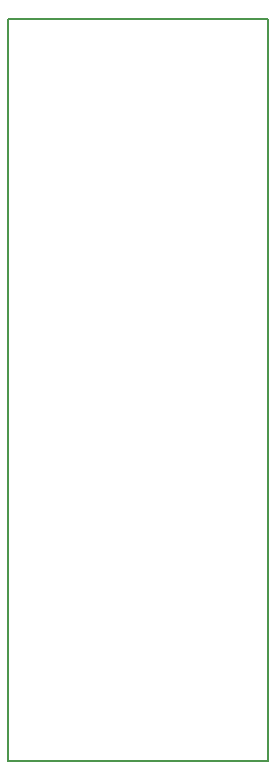
<source format=gm1>
G04 #@! TF.GenerationSoftware,KiCad,Pcbnew,(6.0.5)*
G04 #@! TF.CreationDate,2022-08-24T21:51:27+01:00*
G04 #@! TF.ProjectId,iel-driver,69656c2d-6472-4697-9665-722e6b696361,rev?*
G04 #@! TF.SameCoordinates,Original*
G04 #@! TF.FileFunction,Profile,NP*
%FSLAX46Y46*%
G04 Gerber Fmt 4.6, Leading zero omitted, Abs format (unit mm)*
G04 Created by KiCad (PCBNEW (6.0.5)) date 2022-08-24 21:51:27*
%MOMM*%
%LPD*%
G01*
G04 APERTURE LIST*
G04 #@! TA.AperFunction,Profile*
%ADD10C,0.200000*%
G04 #@! TD*
G04 APERTURE END LIST*
D10*
X129500000Y-72400000D02*
X151500000Y-72400000D01*
X151500000Y-72400000D02*
X151500000Y-135200000D01*
X151500000Y-135200000D02*
X129500000Y-135200000D01*
X129500000Y-135200000D02*
X129500000Y-72400000D01*
M02*

</source>
